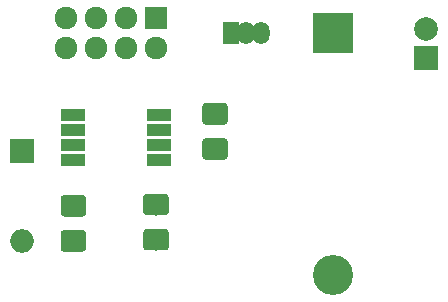
<source format=gbs>
G04 #@! TF.GenerationSoftware,KiCad,Pcbnew,5.0.0*
G04 #@! TF.CreationDate,2018-09-22T16:21:52+03:00*
G04 #@! TF.ProjectId,hamster-attiny85,68616D737465722D617474696E793835,rev?*
G04 #@! TF.SameCoordinates,Original*
G04 #@! TF.FileFunction,Soldermask,Bot*
G04 #@! TF.FilePolarity,Negative*
%FSLAX46Y46*%
G04 Gerber Fmt 4.6, Leading zero omitted, Abs format (unit mm)*
G04 Created by KiCad (PCBNEW 5.0.0) date Sat Sep 22 16:21:52 2018*
%MOMM*%
%LPD*%
G01*
G04 APERTURE LIST*
%ADD10R,2.000000X2.000000*%
%ADD11C,2.000000*%
%ADD12C,3.400000*%
%ADD13R,3.400000X3.400000*%
%ADD14C,0.150000*%
%ADD15C,1.825000*%
%ADD16O,2.000000X2.000000*%
%ADD17R,2.100000X1.050000*%
%ADD18O,1.450000X1.900000*%
%ADD19R,1.450000X1.900000*%
%ADD20R,1.924000X1.924000*%
%ADD21C,1.924000*%
G04 APERTURE END LIST*
D10*
G04 #@! TO.C,C1*
X139900000Y-93250000D03*
D11*
X139900000Y-90750000D03*
G04 #@! TD*
D12*
G04 #@! TO.C,BT1*
X132050000Y-111590000D03*
D13*
X132050000Y-91100000D03*
G04 #@! TD*
D14*
G04 #@! TO.C,C2*
G36*
X110836207Y-107814042D02*
X110867287Y-107818652D01*
X110897766Y-107826287D01*
X110927350Y-107836872D01*
X110955754Y-107850306D01*
X110982704Y-107866459D01*
X111007942Y-107885177D01*
X111031223Y-107906277D01*
X111052323Y-107929558D01*
X111071041Y-107954796D01*
X111087194Y-107981746D01*
X111100628Y-108010150D01*
X111111213Y-108039734D01*
X111118848Y-108070213D01*
X111123458Y-108101293D01*
X111125000Y-108132676D01*
X111125000Y-109317324D01*
X111123458Y-109348707D01*
X111118848Y-109379787D01*
X111111213Y-109410266D01*
X111100628Y-109439850D01*
X111087194Y-109468254D01*
X111071041Y-109495204D01*
X111052323Y-109520442D01*
X111031223Y-109543723D01*
X111007942Y-109564823D01*
X110982704Y-109583541D01*
X110955754Y-109599694D01*
X110927350Y-109613128D01*
X110897766Y-109623713D01*
X110867287Y-109631348D01*
X110836207Y-109635958D01*
X110804824Y-109637500D01*
X109295176Y-109637500D01*
X109263793Y-109635958D01*
X109232713Y-109631348D01*
X109202234Y-109623713D01*
X109172650Y-109613128D01*
X109144246Y-109599694D01*
X109117296Y-109583541D01*
X109092058Y-109564823D01*
X109068777Y-109543723D01*
X109047677Y-109520442D01*
X109028959Y-109495204D01*
X109012806Y-109468254D01*
X108999372Y-109439850D01*
X108988787Y-109410266D01*
X108981152Y-109379787D01*
X108976542Y-109348707D01*
X108975000Y-109317324D01*
X108975000Y-108132676D01*
X108976542Y-108101293D01*
X108981152Y-108070213D01*
X108988787Y-108039734D01*
X108999372Y-108010150D01*
X109012806Y-107981746D01*
X109028959Y-107954796D01*
X109047677Y-107929558D01*
X109068777Y-107906277D01*
X109092058Y-107885177D01*
X109117296Y-107866459D01*
X109144246Y-107850306D01*
X109172650Y-107836872D01*
X109202234Y-107826287D01*
X109232713Y-107818652D01*
X109263793Y-107814042D01*
X109295176Y-107812500D01*
X110804824Y-107812500D01*
X110836207Y-107814042D01*
X110836207Y-107814042D01*
G37*
D15*
X110050000Y-108725000D03*
D14*
G36*
X110836207Y-104839042D02*
X110867287Y-104843652D01*
X110897766Y-104851287D01*
X110927350Y-104861872D01*
X110955754Y-104875306D01*
X110982704Y-104891459D01*
X111007942Y-104910177D01*
X111031223Y-104931277D01*
X111052323Y-104954558D01*
X111071041Y-104979796D01*
X111087194Y-105006746D01*
X111100628Y-105035150D01*
X111111213Y-105064734D01*
X111118848Y-105095213D01*
X111123458Y-105126293D01*
X111125000Y-105157676D01*
X111125000Y-106342324D01*
X111123458Y-106373707D01*
X111118848Y-106404787D01*
X111111213Y-106435266D01*
X111100628Y-106464850D01*
X111087194Y-106493254D01*
X111071041Y-106520204D01*
X111052323Y-106545442D01*
X111031223Y-106568723D01*
X111007942Y-106589823D01*
X110982704Y-106608541D01*
X110955754Y-106624694D01*
X110927350Y-106638128D01*
X110897766Y-106648713D01*
X110867287Y-106656348D01*
X110836207Y-106660958D01*
X110804824Y-106662500D01*
X109295176Y-106662500D01*
X109263793Y-106660958D01*
X109232713Y-106656348D01*
X109202234Y-106648713D01*
X109172650Y-106638128D01*
X109144246Y-106624694D01*
X109117296Y-106608541D01*
X109092058Y-106589823D01*
X109068777Y-106568723D01*
X109047677Y-106545442D01*
X109028959Y-106520204D01*
X109012806Y-106493254D01*
X108999372Y-106464850D01*
X108988787Y-106435266D01*
X108981152Y-106404787D01*
X108976542Y-106373707D01*
X108975000Y-106342324D01*
X108975000Y-105157676D01*
X108976542Y-105126293D01*
X108981152Y-105095213D01*
X108988787Y-105064734D01*
X108999372Y-105035150D01*
X109012806Y-105006746D01*
X109028959Y-104979796D01*
X109047677Y-104954558D01*
X109068777Y-104931277D01*
X109092058Y-104910177D01*
X109117296Y-104891459D01*
X109144246Y-104875306D01*
X109172650Y-104861872D01*
X109202234Y-104851287D01*
X109232713Y-104843652D01*
X109263793Y-104839042D01*
X109295176Y-104837500D01*
X110804824Y-104837500D01*
X110836207Y-104839042D01*
X110836207Y-104839042D01*
G37*
D15*
X110050000Y-105750000D03*
G04 #@! TD*
D10*
G04 #@! TO.C,D1*
X105750000Y-101150000D03*
D16*
X105750000Y-108770000D03*
G04 #@! TD*
D14*
G04 #@! TO.C,R1*
G36*
X122836207Y-100026542D02*
X122867287Y-100031152D01*
X122897766Y-100038787D01*
X122927350Y-100049372D01*
X122955754Y-100062806D01*
X122982704Y-100078959D01*
X123007942Y-100097677D01*
X123031223Y-100118777D01*
X123052323Y-100142058D01*
X123071041Y-100167296D01*
X123087194Y-100194246D01*
X123100628Y-100222650D01*
X123111213Y-100252234D01*
X123118848Y-100282713D01*
X123123458Y-100313793D01*
X123125000Y-100345176D01*
X123125000Y-101529824D01*
X123123458Y-101561207D01*
X123118848Y-101592287D01*
X123111213Y-101622766D01*
X123100628Y-101652350D01*
X123087194Y-101680754D01*
X123071041Y-101707704D01*
X123052323Y-101732942D01*
X123031223Y-101756223D01*
X123007942Y-101777323D01*
X122982704Y-101796041D01*
X122955754Y-101812194D01*
X122927350Y-101825628D01*
X122897766Y-101836213D01*
X122867287Y-101843848D01*
X122836207Y-101848458D01*
X122804824Y-101850000D01*
X121295176Y-101850000D01*
X121263793Y-101848458D01*
X121232713Y-101843848D01*
X121202234Y-101836213D01*
X121172650Y-101825628D01*
X121144246Y-101812194D01*
X121117296Y-101796041D01*
X121092058Y-101777323D01*
X121068777Y-101756223D01*
X121047677Y-101732942D01*
X121028959Y-101707704D01*
X121012806Y-101680754D01*
X120999372Y-101652350D01*
X120988787Y-101622766D01*
X120981152Y-101592287D01*
X120976542Y-101561207D01*
X120975000Y-101529824D01*
X120975000Y-100345176D01*
X120976542Y-100313793D01*
X120981152Y-100282713D01*
X120988787Y-100252234D01*
X120999372Y-100222650D01*
X121012806Y-100194246D01*
X121028959Y-100167296D01*
X121047677Y-100142058D01*
X121068777Y-100118777D01*
X121092058Y-100097677D01*
X121117296Y-100078959D01*
X121144246Y-100062806D01*
X121172650Y-100049372D01*
X121202234Y-100038787D01*
X121232713Y-100031152D01*
X121263793Y-100026542D01*
X121295176Y-100025000D01*
X122804824Y-100025000D01*
X122836207Y-100026542D01*
X122836207Y-100026542D01*
G37*
D15*
X122050000Y-100937500D03*
D14*
G36*
X122836207Y-97051542D02*
X122867287Y-97056152D01*
X122897766Y-97063787D01*
X122927350Y-97074372D01*
X122955754Y-97087806D01*
X122982704Y-97103959D01*
X123007942Y-97122677D01*
X123031223Y-97143777D01*
X123052323Y-97167058D01*
X123071041Y-97192296D01*
X123087194Y-97219246D01*
X123100628Y-97247650D01*
X123111213Y-97277234D01*
X123118848Y-97307713D01*
X123123458Y-97338793D01*
X123125000Y-97370176D01*
X123125000Y-98554824D01*
X123123458Y-98586207D01*
X123118848Y-98617287D01*
X123111213Y-98647766D01*
X123100628Y-98677350D01*
X123087194Y-98705754D01*
X123071041Y-98732704D01*
X123052323Y-98757942D01*
X123031223Y-98781223D01*
X123007942Y-98802323D01*
X122982704Y-98821041D01*
X122955754Y-98837194D01*
X122927350Y-98850628D01*
X122897766Y-98861213D01*
X122867287Y-98868848D01*
X122836207Y-98873458D01*
X122804824Y-98875000D01*
X121295176Y-98875000D01*
X121263793Y-98873458D01*
X121232713Y-98868848D01*
X121202234Y-98861213D01*
X121172650Y-98850628D01*
X121144246Y-98837194D01*
X121117296Y-98821041D01*
X121092058Y-98802323D01*
X121068777Y-98781223D01*
X121047677Y-98757942D01*
X121028959Y-98732704D01*
X121012806Y-98705754D01*
X120999372Y-98677350D01*
X120988787Y-98647766D01*
X120981152Y-98617287D01*
X120976542Y-98586207D01*
X120975000Y-98554824D01*
X120975000Y-97370176D01*
X120976542Y-97338793D01*
X120981152Y-97307713D01*
X120988787Y-97277234D01*
X120999372Y-97247650D01*
X121012806Y-97219246D01*
X121028959Y-97192296D01*
X121047677Y-97167058D01*
X121068777Y-97143777D01*
X121092058Y-97122677D01*
X121117296Y-97103959D01*
X121144246Y-97087806D01*
X121172650Y-97074372D01*
X121202234Y-97063787D01*
X121232713Y-97056152D01*
X121263793Y-97051542D01*
X121295176Y-97050000D01*
X122804824Y-97050000D01*
X122836207Y-97051542D01*
X122836207Y-97051542D01*
G37*
D15*
X122050000Y-97962500D03*
G04 #@! TD*
D14*
G04 #@! TO.C,R2*
G36*
X117836207Y-107714042D02*
X117867287Y-107718652D01*
X117897766Y-107726287D01*
X117927350Y-107736872D01*
X117955754Y-107750306D01*
X117982704Y-107766459D01*
X118007942Y-107785177D01*
X118031223Y-107806277D01*
X118052323Y-107829558D01*
X118071041Y-107854796D01*
X118087194Y-107881746D01*
X118100628Y-107910150D01*
X118111213Y-107939734D01*
X118118848Y-107970213D01*
X118123458Y-108001293D01*
X118125000Y-108032676D01*
X118125000Y-109217324D01*
X118123458Y-109248707D01*
X118118848Y-109279787D01*
X118111213Y-109310266D01*
X118100628Y-109339850D01*
X118087194Y-109368254D01*
X118071041Y-109395204D01*
X118052323Y-109420442D01*
X118031223Y-109443723D01*
X118007942Y-109464823D01*
X117982704Y-109483541D01*
X117955754Y-109499694D01*
X117927350Y-109513128D01*
X117897766Y-109523713D01*
X117867287Y-109531348D01*
X117836207Y-109535958D01*
X117804824Y-109537500D01*
X116295176Y-109537500D01*
X116263793Y-109535958D01*
X116232713Y-109531348D01*
X116202234Y-109523713D01*
X116172650Y-109513128D01*
X116144246Y-109499694D01*
X116117296Y-109483541D01*
X116092058Y-109464823D01*
X116068777Y-109443723D01*
X116047677Y-109420442D01*
X116028959Y-109395204D01*
X116012806Y-109368254D01*
X115999372Y-109339850D01*
X115988787Y-109310266D01*
X115981152Y-109279787D01*
X115976542Y-109248707D01*
X115975000Y-109217324D01*
X115975000Y-108032676D01*
X115976542Y-108001293D01*
X115981152Y-107970213D01*
X115988787Y-107939734D01*
X115999372Y-107910150D01*
X116012806Y-107881746D01*
X116028959Y-107854796D01*
X116047677Y-107829558D01*
X116068777Y-107806277D01*
X116092058Y-107785177D01*
X116117296Y-107766459D01*
X116144246Y-107750306D01*
X116172650Y-107736872D01*
X116202234Y-107726287D01*
X116232713Y-107718652D01*
X116263793Y-107714042D01*
X116295176Y-107712500D01*
X117804824Y-107712500D01*
X117836207Y-107714042D01*
X117836207Y-107714042D01*
G37*
D15*
X117050000Y-108625000D03*
D14*
G36*
X117836207Y-104739042D02*
X117867287Y-104743652D01*
X117897766Y-104751287D01*
X117927350Y-104761872D01*
X117955754Y-104775306D01*
X117982704Y-104791459D01*
X118007942Y-104810177D01*
X118031223Y-104831277D01*
X118052323Y-104854558D01*
X118071041Y-104879796D01*
X118087194Y-104906746D01*
X118100628Y-104935150D01*
X118111213Y-104964734D01*
X118118848Y-104995213D01*
X118123458Y-105026293D01*
X118125000Y-105057676D01*
X118125000Y-106242324D01*
X118123458Y-106273707D01*
X118118848Y-106304787D01*
X118111213Y-106335266D01*
X118100628Y-106364850D01*
X118087194Y-106393254D01*
X118071041Y-106420204D01*
X118052323Y-106445442D01*
X118031223Y-106468723D01*
X118007942Y-106489823D01*
X117982704Y-106508541D01*
X117955754Y-106524694D01*
X117927350Y-106538128D01*
X117897766Y-106548713D01*
X117867287Y-106556348D01*
X117836207Y-106560958D01*
X117804824Y-106562500D01*
X116295176Y-106562500D01*
X116263793Y-106560958D01*
X116232713Y-106556348D01*
X116202234Y-106548713D01*
X116172650Y-106538128D01*
X116144246Y-106524694D01*
X116117296Y-106508541D01*
X116092058Y-106489823D01*
X116068777Y-106468723D01*
X116047677Y-106445442D01*
X116028959Y-106420204D01*
X116012806Y-106393254D01*
X115999372Y-106364850D01*
X115988787Y-106335266D01*
X115981152Y-106304787D01*
X115976542Y-106273707D01*
X115975000Y-106242324D01*
X115975000Y-105057676D01*
X115976542Y-105026293D01*
X115981152Y-104995213D01*
X115988787Y-104964734D01*
X115999372Y-104935150D01*
X116012806Y-104906746D01*
X116028959Y-104879796D01*
X116047677Y-104854558D01*
X116068777Y-104831277D01*
X116092058Y-104810177D01*
X116117296Y-104791459D01*
X116144246Y-104775306D01*
X116172650Y-104761872D01*
X116202234Y-104751287D01*
X116232713Y-104743652D01*
X116263793Y-104739042D01*
X116295176Y-104737500D01*
X117804824Y-104737500D01*
X117836207Y-104739042D01*
X117836207Y-104739042D01*
G37*
D15*
X117050000Y-105650000D03*
G04 #@! TD*
D17*
G04 #@! TO.C,U1*
X117300000Y-98045000D03*
X117300000Y-99315000D03*
X117300000Y-100585000D03*
X117300000Y-101855000D03*
X110000000Y-101855000D03*
X110000000Y-100585000D03*
X110000000Y-99315000D03*
X110000000Y-98045000D03*
G04 #@! TD*
D18*
G04 #@! TO.C,U2*
X124650000Y-91150000D03*
X125920000Y-91150000D03*
D19*
X123380000Y-91150000D03*
G04 #@! TD*
D20*
G04 #@! TO.C,U3*
X117050000Y-89850000D03*
D21*
X117050000Y-92390000D03*
X114510000Y-89850000D03*
X114510000Y-92390000D03*
X111970000Y-89850000D03*
X111970000Y-92390000D03*
X109430000Y-89850000D03*
X109430000Y-92390000D03*
G04 #@! TD*
M02*

</source>
